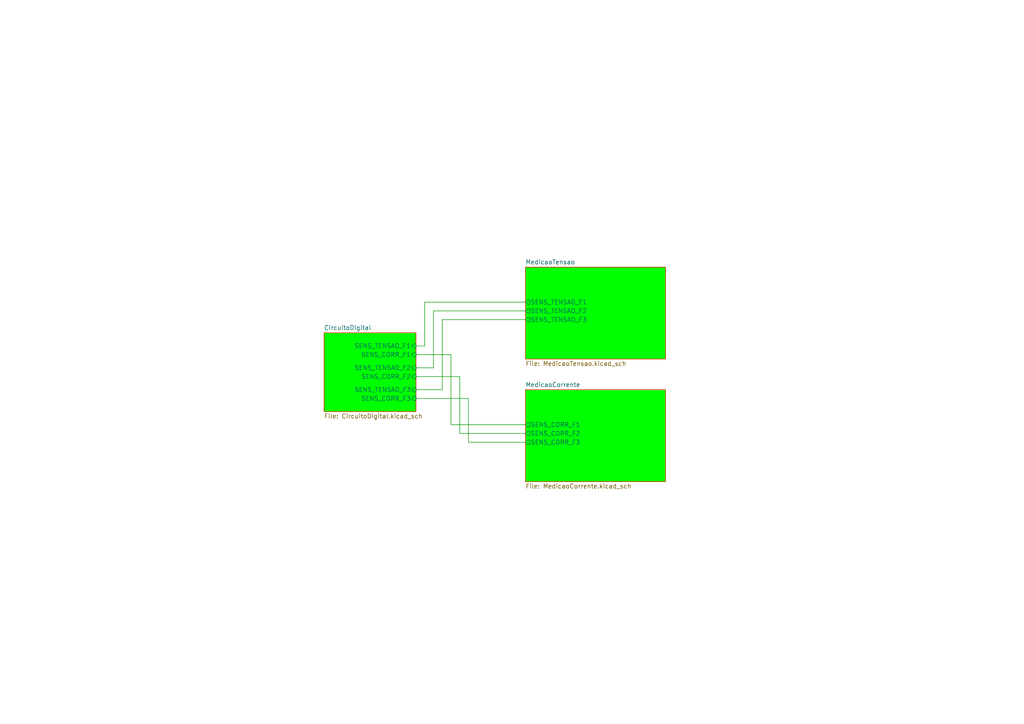
<source format=kicad_sch>
(kicad_sch (version 20211123) (generator eeschema)
  (paper "A4")
  (title_block (title "Monitoramento de potência") (date "2020-07-07") (rev "1.0") (company "Fabiana, Gustavo e Wendel"))
  (lib_symbols)
  (wire (pts (xy 152.4 128.27) (xy 135.89 128.27)))
  (wire (pts (xy 123.19 100.33) (xy 120.65 100.33)))
  (wire (pts (xy 152.4 123.19) (xy 130.81 123.19)))
  (wire (pts (xy 152.4 87.63) (xy 123.19 87.63)))
  (wire (pts (xy 123.19 87.63) (xy 123.19 100.33)))
  (wire (pts (xy 120.65 109.22) (xy 133.35 109.22)))
  (wire (pts (xy 130.81 123.19) (xy 130.81 102.87)))
  (wire (pts (xy 125.73 106.68) (xy 120.65 106.68)))
  (wire (pts (xy 125.73 90.17) (xy 125.73 106.68)))
  (wire (pts (xy 152.4 90.17) (xy 125.73 90.17)))
  (wire (pts (xy 133.35 125.73) (xy 133.35 109.22)))
  (wire (pts (xy 135.89 128.27) (xy 135.89 115.57)))
  (wire (pts (xy 130.81 102.87) (xy 120.65 102.87)))
  (wire (pts (xy 128.27 92.71) (xy 128.27 113.03)))
  (wire (pts (xy 128.27 113.03) (xy 120.65 113.03)))
  (wire (pts (xy 152.4 92.71) (xy 128.27 92.71)))
  (wire (pts (xy 120.65 115.57) (xy 135.89 115.57)))
  (wire (pts (xy 152.4 125.73) (xy 133.35 125.73)))
  (sheet (at 93.98 96.52) (size 26.67 22.86) (stroke (width 0.1524) (color 255 0 0 1)) (fill (color 0 255 0 1.0000))
    (property "Sheet name" "CircuitoDigital" (at 93.98 95.8084 0) (effects (justify left bottom)))
    (property "Sheet file" "CircuitoDigital.kicad_sch" (at 93.98 119.9646 0) (effects (justify left top)))
    (pin "SENS_CORR_F3" input (at 120.65 115.57 0))
    (pin "SENS_CORR_F2" input (at 120.65 109.22 0))
    (pin "SENS_CORR_F1" input (at 120.65 102.87 0))
    (pin "SENS_TENSAO_F1" input (at 120.65 100.33 0))
    (pin "SENS_TENSAO_F3" input (at 120.65 113.03 0))
    (pin "SENS_TENSAO_F2" input (at 120.65 106.68 0))
  )
  (sheet (at 152.4 77.47) (size 40.64 26.67) (stroke (width 0.1524) (color 255 0 0 1)) (fill (color 0 255 0 1.0000))
    (property "Sheet name" "MedicaoTensao" (at 152.4 76.7584 0) (effects (justify left bottom)))
    (property "Sheet file" "MedicaoTensao.kicad_sch" (at 152.4 104.7246 0) (effects (justify left top)))
    (pin "SENS_TENSAO_F1" output (at 152.4 87.63 180))
    (pin "SENS_TENSAO_F2" output (at 152.4 90.17 180))
    (pin "SENS_TENSAO_F3" output (at 152.4 92.71 180))
  )
  (sheet (at 152.4 113.03) (size 40.64 26.67) (stroke (width 0.1524) (color 255 0 0 1)) (fill (color 0 255 0 1.0000))
    (property "Sheet name" "MedicaoCorrente" (at 152.4 112.3184 0) (effects (justify left bottom)))
    (property "Sheet file" "MedicaoCorrente.kicad_sch" (at 152.4 140.2846 0) (effects (justify left top)))
    (pin "SENS_CORR_F2" output (at 152.4 125.73 180))
    (pin "SENS_CORR_F1" output (at 152.4 123.19 180))
    (pin "SENS_CORR_F3" output (at 152.4 128.27 180))
  )
)
</source>
